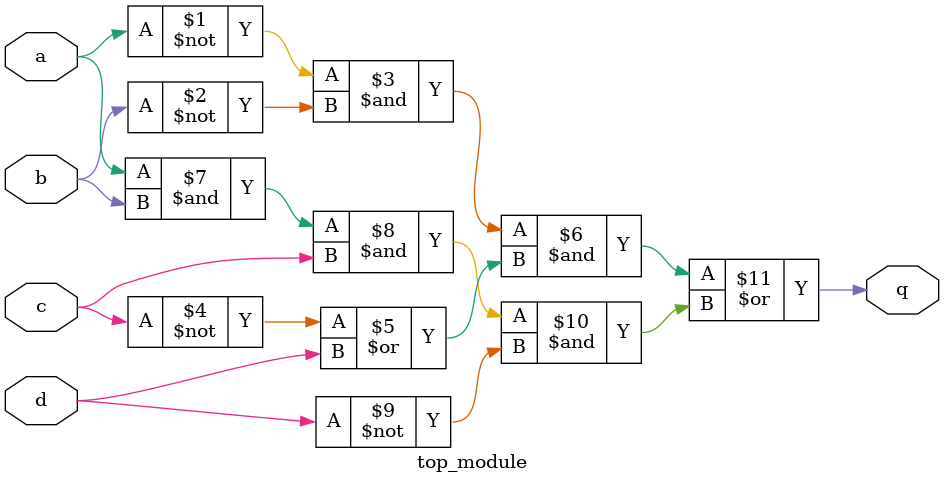
<source format=sv>
module top_module (
	input a, 
	input b,  
	input c,  
	input d, 
	output q
);
	assign q = (~a & ~b & (~c | d)) | (a & b & c & ~d);
endmodule

</source>
